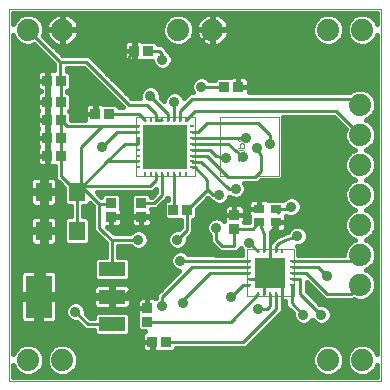
<source format=gtl>
G75*
%MOIN*%
%OFA0B0*%
%FSLAX25Y25*%
%IPPOS*%
%LPD*%
%AMOC8*
5,1,8,0,0,1.08239X$1,22.5*
%
%ADD10C,0.00000*%
%ADD11R,0.05512X0.06299*%
%ADD12R,0.03543X0.03346*%
%ADD13R,0.03346X0.03543*%
%ADD14R,0.08800X0.04800*%
%ADD15R,0.08661X0.14173*%
%ADD16C,0.07400*%
%ADD17C,0.00197*%
%ADD18R,0.00984X0.01575*%
%ADD19R,0.01575X0.00984*%
%ADD20R,0.10236X0.10236*%
%ADD21R,0.14567X0.14567*%
%ADD22C,0.00039*%
%ADD23C,0.00200*%
%ADD24R,0.03543X0.03150*%
%ADD25C,0.03600*%
%ADD26C,0.01000*%
%ADD27C,0.01600*%
D10*
X0101800Y0081800D02*
X0101800Y0205800D01*
X0225800Y0205800D01*
X0225800Y0081800D01*
X0101800Y0081800D01*
D11*
X0113288Y0131800D03*
X0124312Y0131800D03*
X0124312Y0144800D03*
X0113288Y0144800D03*
D12*
X0135800Y0141083D03*
X0135800Y0136517D03*
X0145800Y0136517D03*
X0145800Y0141083D03*
X0176800Y0137083D03*
X0176800Y0132517D03*
X0147800Y0106083D03*
X0147800Y0101517D03*
D13*
X0149517Y0094800D03*
X0154083Y0094800D03*
X0156517Y0138800D03*
X0161083Y0138800D03*
X0119083Y0156800D03*
X0114517Y0156800D03*
X0114517Y0162800D03*
X0119083Y0162800D03*
X0119083Y0168800D03*
X0114517Y0168800D03*
X0114517Y0174800D03*
X0119083Y0174800D03*
X0119083Y0181800D03*
X0114517Y0181800D03*
X0130517Y0170800D03*
X0135083Y0170800D03*
X0143517Y0191800D03*
X0148083Y0191800D03*
X0173517Y0179800D03*
X0178083Y0179800D03*
D14*
X0136000Y0118900D03*
X0136000Y0109800D03*
X0136000Y0100700D03*
D15*
X0111599Y0109800D03*
D16*
X0108100Y0088800D03*
X0119500Y0088800D03*
X0208100Y0088800D03*
X0219500Y0088800D03*
X0218800Y0113800D03*
X0218800Y0123800D03*
X0218800Y0133800D03*
X0218800Y0143800D03*
X0218800Y0153800D03*
X0218800Y0163800D03*
X0218800Y0173800D03*
X0219500Y0198800D03*
X0208100Y0198800D03*
X0169500Y0198800D03*
X0158100Y0198800D03*
X0119500Y0198800D03*
X0108100Y0198800D03*
D17*
X0143957Y0169643D02*
X0143957Y0149957D01*
X0163643Y0149957D01*
X0163643Y0169643D01*
X0143957Y0169643D01*
X0180926Y0125674D02*
X0180926Y0109926D01*
X0196674Y0109926D01*
X0196674Y0125674D01*
X0180926Y0125674D01*
D18*
X0184863Y0124887D03*
X0186831Y0124887D03*
X0188800Y0124887D03*
X0190769Y0124887D03*
X0192737Y0124887D03*
X0192737Y0110713D03*
X0190769Y0110713D03*
X0188800Y0110713D03*
X0186831Y0110713D03*
X0184863Y0110713D03*
X0160690Y0150745D03*
X0158721Y0150745D03*
X0156753Y0150745D03*
X0154784Y0150745D03*
X0152816Y0150745D03*
X0150847Y0150745D03*
X0148879Y0150745D03*
X0146910Y0150745D03*
X0146910Y0168855D03*
X0148879Y0168855D03*
X0150847Y0168855D03*
X0152816Y0168855D03*
X0154784Y0168855D03*
X0156753Y0168855D03*
X0158721Y0168855D03*
X0160690Y0168855D03*
D19*
X0162855Y0166690D03*
X0162855Y0164721D03*
X0162855Y0162753D03*
X0162855Y0160784D03*
X0162855Y0158816D03*
X0162855Y0156847D03*
X0162855Y0154879D03*
X0162855Y0152910D03*
X0144745Y0152910D03*
X0144745Y0154879D03*
X0144745Y0156847D03*
X0144745Y0158816D03*
X0144745Y0160784D03*
X0144745Y0162753D03*
X0144745Y0164721D03*
X0144745Y0166690D03*
X0181713Y0121737D03*
X0181713Y0119769D03*
X0181713Y0117800D03*
X0181713Y0115831D03*
X0181713Y0113863D03*
X0195887Y0113863D03*
X0195887Y0115831D03*
X0195887Y0117800D03*
X0195887Y0119769D03*
X0195887Y0121737D03*
D20*
X0188800Y0117800D03*
D21*
X0153800Y0159800D03*
D22*
X0171957Y0149957D02*
X0191643Y0149957D01*
X0191643Y0169643D01*
X0171957Y0169643D01*
X0171957Y0149957D01*
D23*
X0177925Y0155364D02*
X0178292Y0154997D01*
X0177925Y0155364D02*
X0177925Y0156098D01*
X0178292Y0156465D01*
X0178659Y0156465D01*
X0179026Y0156098D01*
X0179026Y0155364D01*
X0179393Y0154997D01*
X0179760Y0154997D01*
X0180127Y0155364D01*
X0180127Y0156098D01*
X0179760Y0156465D01*
X0179760Y0157207D02*
X0178292Y0157207D01*
X0177925Y0157574D01*
X0177925Y0158308D01*
X0178292Y0158675D01*
X0179760Y0158675D01*
X0180127Y0158308D01*
X0180127Y0157574D01*
X0179760Y0157207D01*
X0180127Y0159417D02*
X0180127Y0160518D01*
X0179760Y0160885D01*
X0179026Y0160885D01*
X0178659Y0160518D01*
X0178659Y0159417D01*
X0177925Y0159417D02*
X0180127Y0159417D01*
X0179760Y0161627D02*
X0179393Y0161627D01*
X0179026Y0161994D01*
X0179026Y0162728D01*
X0178659Y0163095D01*
X0178292Y0163095D01*
X0177925Y0162728D01*
X0177925Y0161994D01*
X0178292Y0161627D01*
X0178659Y0161627D01*
X0179026Y0161994D01*
X0179026Y0162728D02*
X0179393Y0163095D01*
X0179760Y0163095D01*
X0180127Y0162728D01*
X0180127Y0161994D01*
X0179760Y0161627D01*
D24*
X0185044Y0138965D03*
X0185044Y0134635D03*
X0190556Y0134635D03*
X0190556Y0138965D03*
D25*
X0195800Y0139800D03*
X0198800Y0134800D03*
X0197800Y0130050D03*
X0181800Y0127800D03*
X0170800Y0132800D03*
X0171800Y0143800D03*
X0177300Y0145800D03*
X0174050Y0156050D03*
X0179800Y0156300D03*
X0184300Y0159300D03*
X0188800Y0160800D03*
X0180800Y0162800D03*
X0185800Y0179800D03*
X0165800Y0179800D03*
X0156800Y0174800D03*
X0148800Y0176800D03*
X0141800Y0181800D03*
X0152800Y0188800D03*
X0158050Y0191550D03*
X0125800Y0176800D03*
X0109800Y0176800D03*
X0132800Y0159800D03*
X0150800Y0163800D03*
X0144800Y0128800D03*
X0157800Y0128800D03*
X0158800Y0121800D03*
X0175800Y0109800D03*
X0184800Y0105800D03*
X0187550Y0095800D03*
X0199800Y0103800D03*
X0205800Y0103800D03*
X0207800Y0116800D03*
X0159800Y0107800D03*
X0152800Y0106800D03*
X0123800Y0104800D03*
D26*
X0127900Y0100700D01*
X0136000Y0100700D01*
X0147800Y0101517D02*
X0175666Y0101517D01*
X0184863Y0110713D01*
X0186800Y0110745D02*
X0186831Y0110713D01*
X0186800Y0110745D02*
X0186800Y0114800D01*
X0185800Y0115800D01*
X0185769Y0115831D01*
X0181713Y0115831D01*
X0181713Y0113863D02*
X0179863Y0113863D01*
X0175800Y0109800D01*
X0181713Y0117800D02*
X0168800Y0117800D01*
X0159800Y0108800D01*
X0159800Y0107800D01*
X0152800Y0106800D02*
X0152800Y0109800D01*
X0162800Y0119800D01*
X0181682Y0119800D01*
X0181713Y0119769D01*
X0181713Y0121737D02*
X0180863Y0121737D01*
X0158800Y0121800D01*
X0151800Y0121800D02*
X0140800Y0110800D01*
X0137800Y0110800D01*
X0136800Y0109800D01*
X0136000Y0109800D01*
X0111599Y0109800D01*
X0113288Y0111489D01*
X0113288Y0131800D01*
X0113288Y0144800D01*
X0114517Y0146028D01*
X0114517Y0156800D01*
X0114517Y0162800D01*
X0114517Y0168800D01*
X0114517Y0174800D01*
X0111800Y0174800D01*
X0109800Y0176800D01*
X0114517Y0174800D02*
X0114517Y0181800D01*
X0118800Y0182083D02*
X0118800Y0188100D01*
X0127500Y0188100D01*
X0141800Y0173800D01*
X0147800Y0173800D01*
X0150800Y0170800D01*
X0150800Y0168902D01*
X0150847Y0168855D01*
X0152816Y0168855D01*
X0154784Y0168855D02*
X0154784Y0170784D01*
X0153800Y0171800D01*
X0148800Y0176800D01*
X0145139Y0170855D02*
X0146910Y0168855D01*
X0145139Y0170855D02*
X0135083Y0170800D01*
X0130517Y0170800D02*
X0127800Y0170800D01*
X0125800Y0172800D01*
X0125800Y0176800D01*
X0129800Y0171517D02*
X0130517Y0170800D01*
X0132690Y0166690D02*
X0125800Y0159800D01*
X0125800Y0145800D01*
X0126800Y0145800D01*
X0131800Y0140800D01*
X0131800Y0132800D01*
X0133800Y0130800D01*
X0136100Y0128800D01*
X0136000Y0118900D01*
X0136100Y0128800D02*
X0144800Y0128800D01*
X0145800Y0136517D02*
X0135800Y0136517D01*
X0135517Y0140800D02*
X0135800Y0141083D01*
X0135517Y0140800D02*
X0131800Y0140800D01*
X0126312Y0146800D02*
X0148800Y0146800D01*
X0150847Y0148847D01*
X0150847Y0150745D01*
X0152800Y0150729D02*
X0152800Y0143800D01*
X0150083Y0141083D01*
X0145800Y0141083D01*
X0145800Y0136517D02*
X0148083Y0136517D01*
X0151800Y0132800D01*
X0151800Y0121800D01*
X0157800Y0128800D02*
X0161083Y0132083D01*
X0161083Y0138800D01*
X0167800Y0145517D01*
X0167800Y0145800D01*
X0169800Y0143800D01*
X0171800Y0143800D01*
X0175050Y0145800D02*
X0177300Y0145800D01*
X0175050Y0145800D02*
X0165800Y0154800D01*
X0162934Y0154800D01*
X0162855Y0154879D01*
X0162855Y0156847D02*
X0167753Y0156847D01*
X0174800Y0149800D01*
X0183800Y0149800D01*
X0185800Y0151800D01*
X0185550Y0156800D01*
X0184300Y0159300D01*
X0188800Y0160800D02*
X0188800Y0163800D01*
X0184800Y0167800D01*
X0167800Y0167800D01*
X0164721Y0164721D01*
X0162855Y0164721D01*
X0162855Y0162753D02*
X0178253Y0162753D01*
X0180800Y0162800D01*
X0174816Y0160784D02*
X0179800Y0156300D01*
X0174050Y0156050D02*
X0170800Y0156800D01*
X0168784Y0158816D01*
X0162855Y0158816D01*
X0162855Y0160784D02*
X0174816Y0160784D01*
X0163690Y0152910D02*
X0167800Y0148800D01*
X0167800Y0145800D01*
X0156753Y0150745D02*
X0156753Y0139036D01*
X0156517Y0138800D01*
X0152800Y0150729D02*
X0152816Y0150745D01*
X0144745Y0154879D02*
X0134391Y0154879D01*
X0140296Y0160784D01*
X0144745Y0160784D01*
X0144745Y0162753D01*
X0144745Y0164721D02*
X0137721Y0164721D01*
X0132800Y0159800D01*
X0134391Y0154879D02*
X0126312Y0146800D01*
X0124312Y0144800D01*
X0124312Y0131800D01*
X0124312Y0144800D02*
X0119083Y0150028D01*
X0119083Y0156800D01*
X0119083Y0162800D01*
X0119083Y0168800D01*
X0121194Y0166690D01*
X0144745Y0166690D01*
X0132690Y0166690D01*
X0119083Y0168800D02*
X0119083Y0174800D01*
X0119083Y0181800D01*
X0118800Y0182083D01*
X0118800Y0188100D02*
X0108100Y0198800D01*
X0141800Y0190083D02*
X0141800Y0181800D01*
X0141800Y0190083D02*
X0143517Y0191800D01*
X0143800Y0192083D01*
X0143800Y0194800D01*
X0144800Y0195800D01*
X0153800Y0195800D01*
X0158050Y0191550D01*
X0162250Y0191550D01*
X0169500Y0198800D01*
X0152800Y0190800D02*
X0152800Y0188800D01*
X0152800Y0190800D02*
X0151800Y0191800D01*
X0148083Y0191800D01*
X0165800Y0179800D02*
X0173517Y0179800D01*
X0178083Y0179800D02*
X0185800Y0179800D01*
X0163800Y0171800D02*
X0210800Y0171800D01*
X0218800Y0163800D01*
X0218800Y0173800D02*
X0216800Y0175800D01*
X0162800Y0175800D01*
X0158721Y0171721D01*
X0158721Y0168855D01*
X0156753Y0168855D02*
X0156753Y0172753D01*
X0156800Y0172800D01*
X0156800Y0174800D01*
X0160690Y0168855D02*
X0160855Y0168855D01*
X0163800Y0171800D01*
X0153800Y0160800D02*
X0150800Y0163800D01*
X0153800Y0160800D02*
X0153800Y0159800D01*
X0162855Y0152910D02*
X0163690Y0152910D01*
X0170800Y0132800D02*
X0170800Y0128800D01*
X0172800Y0126800D01*
X0176800Y0126800D01*
X0176800Y0132517D01*
X0182926Y0132517D01*
X0185044Y0134635D01*
X0186831Y0130847D01*
X0186831Y0124887D01*
X0184863Y0124887D02*
X0184713Y0124887D01*
X0181800Y0127800D01*
X0176918Y0132635D02*
X0176800Y0132517D01*
X0177800Y0136800D02*
X0177965Y0136965D01*
X0188800Y0130879D02*
X0190556Y0134635D01*
X0190721Y0134800D01*
X0198800Y0134800D01*
X0197800Y0130050D02*
X0193800Y0128800D01*
X0191769Y0127769D01*
X0190800Y0126800D01*
X0190800Y0124918D01*
X0190769Y0124887D01*
X0188800Y0124887D02*
X0188800Y0130879D01*
X0188800Y0124887D02*
X0188800Y0116800D01*
X0187800Y0115800D01*
X0185800Y0115800D01*
X0187800Y0115800D02*
X0190800Y0115800D01*
X0192737Y0113863D01*
X0192737Y0110713D01*
X0192737Y0103737D01*
X0187550Y0095800D01*
X0179800Y0094800D02*
X0154083Y0094800D01*
X0179800Y0094800D02*
X0190800Y0105800D01*
X0190800Y0108682D01*
X0190769Y0110713D01*
X0188800Y0110713D02*
X0188800Y0106800D01*
X0187800Y0105800D01*
X0184800Y0105800D01*
X0195887Y0107713D02*
X0199800Y0103800D01*
X0195887Y0107713D02*
X0195887Y0113863D01*
X0195887Y0115831D02*
X0198769Y0115831D01*
X0198800Y0115800D01*
X0198800Y0110800D01*
X0205800Y0103800D01*
X0207800Y0110800D02*
X0215800Y0110800D01*
X0218800Y0113800D01*
X0216737Y0121737D02*
X0218800Y0123800D01*
X0216737Y0121737D02*
X0195887Y0121737D01*
X0195887Y0119769D02*
X0204831Y0119769D01*
X0207800Y0116800D01*
X0207800Y0110800D02*
X0200800Y0117800D01*
X0195887Y0117800D01*
X0191391Y0137800D02*
X0190556Y0138965D01*
X0194965Y0138965D01*
X0195800Y0139800D01*
D27*
X0199006Y0140945D02*
X0214246Y0140945D01*
X0214307Y0140798D02*
X0215798Y0139307D01*
X0217022Y0138800D01*
X0215798Y0138293D01*
X0214307Y0136802D01*
X0213500Y0134854D01*
X0213500Y0132746D01*
X0214307Y0130798D01*
X0215798Y0129307D01*
X0217022Y0128800D01*
X0215798Y0128293D01*
X0214307Y0126802D01*
X0213500Y0124854D01*
X0213500Y0123837D01*
X0198072Y0123837D01*
X0198072Y0126253D01*
X0197676Y0126650D01*
X0198476Y0126650D01*
X0199726Y0127168D01*
X0200682Y0128124D01*
X0201200Y0129374D01*
X0201200Y0130726D01*
X0200682Y0131976D01*
X0199726Y0132932D01*
X0198476Y0133450D01*
X0197124Y0133450D01*
X0195874Y0132932D01*
X0194918Y0131976D01*
X0194620Y0131256D01*
X0193814Y0131005D01*
X0193625Y0131066D01*
X0193006Y0130752D01*
X0192343Y0130545D01*
X0192251Y0130369D01*
X0191266Y0129868D01*
X0190899Y0129868D01*
X0190520Y0129490D01*
X0190042Y0129247D01*
X0189928Y0128898D01*
X0188931Y0127901D01*
X0188931Y0130482D01*
X0189102Y0130957D01*
X0188959Y0131260D01*
X0190556Y0131260D01*
X0192565Y0131260D01*
X0193022Y0131383D01*
X0193433Y0131619D01*
X0193768Y0131955D01*
X0194005Y0132365D01*
X0194128Y0132823D01*
X0194128Y0134635D01*
X0194128Y0136446D01*
X0194017Y0136858D01*
X0195124Y0136400D01*
X0196476Y0136400D01*
X0197726Y0136918D01*
X0198682Y0137874D01*
X0199200Y0139124D01*
X0199200Y0140476D01*
X0198682Y0141726D01*
X0197726Y0142682D01*
X0196476Y0143200D01*
X0195124Y0143200D01*
X0193874Y0142682D01*
X0193161Y0141969D01*
X0192990Y0142140D01*
X0188122Y0142140D01*
X0187941Y0141960D01*
X0187921Y0141981D01*
X0187511Y0142217D01*
X0187053Y0142340D01*
X0185044Y0142340D01*
X0183035Y0142340D01*
X0182578Y0142217D01*
X0182167Y0141981D01*
X0181832Y0141645D01*
X0181595Y0141235D01*
X0181472Y0140777D01*
X0181472Y0138965D01*
X0181472Y0137154D01*
X0181595Y0136696D01*
X0181672Y0136562D01*
X0181672Y0134617D01*
X0180192Y0134617D01*
X0180249Y0134715D01*
X0180372Y0135173D01*
X0180372Y0137047D01*
X0176837Y0137047D01*
X0176837Y0137120D01*
X0180372Y0137120D01*
X0180372Y0138994D01*
X0180249Y0139451D01*
X0180012Y0139862D01*
X0179677Y0140197D01*
X0179266Y0140434D01*
X0178809Y0140557D01*
X0176837Y0140557D01*
X0176837Y0137120D01*
X0176763Y0137120D01*
X0176763Y0137047D01*
X0173228Y0137047D01*
X0173228Y0135180D01*
X0172726Y0135682D01*
X0171476Y0136200D01*
X0170124Y0136200D01*
X0168874Y0135682D01*
X0167918Y0134726D01*
X0167400Y0133476D01*
X0167400Y0132124D01*
X0167918Y0130874D01*
X0168700Y0130092D01*
X0168700Y0127930D01*
X0169930Y0126700D01*
X0171930Y0124700D01*
X0177670Y0124700D01*
X0178896Y0125926D01*
X0178918Y0125874D01*
X0179528Y0125264D01*
X0179528Y0123841D01*
X0161516Y0123892D01*
X0160726Y0124682D01*
X0159476Y0125200D01*
X0158124Y0125200D01*
X0156874Y0124682D01*
X0155918Y0123726D01*
X0155400Y0122476D01*
X0155400Y0121124D01*
X0155918Y0119874D01*
X0156874Y0118918D01*
X0158124Y0118400D01*
X0158430Y0118400D01*
X0150700Y0110670D01*
X0150700Y0109508D01*
X0150494Y0109303D01*
X0150266Y0109434D01*
X0149809Y0109557D01*
X0147837Y0109557D01*
X0147837Y0106120D01*
X0147763Y0106120D01*
X0147763Y0106047D01*
X0144228Y0106047D01*
X0144228Y0104173D01*
X0144351Y0103715D01*
X0144428Y0103582D01*
X0144428Y0099181D01*
X0145366Y0098243D01*
X0147139Y0098243D01*
X0146738Y0098012D01*
X0146403Y0097677D01*
X0146166Y0097266D01*
X0146043Y0096809D01*
X0146043Y0094837D01*
X0149480Y0094837D01*
X0149480Y0094763D01*
X0149553Y0094763D01*
X0149553Y0091228D01*
X0151427Y0091228D01*
X0151885Y0091351D01*
X0152018Y0091428D01*
X0156419Y0091428D01*
X0157357Y0092366D01*
X0157357Y0092700D01*
X0180670Y0092700D01*
X0181900Y0093930D01*
X0192900Y0104930D01*
X0192900Y0107831D01*
X0192913Y0107845D01*
X0192909Y0108126D01*
X0193466Y0108126D01*
X0193787Y0108212D01*
X0193787Y0106844D01*
X0196400Y0104230D01*
X0196400Y0103124D01*
X0196918Y0101874D01*
X0197874Y0100918D01*
X0199124Y0100400D01*
X0200476Y0100400D01*
X0201726Y0100918D01*
X0202682Y0101874D01*
X0202800Y0102158D01*
X0202918Y0101874D01*
X0203874Y0100918D01*
X0205124Y0100400D01*
X0206476Y0100400D01*
X0207726Y0100918D01*
X0208682Y0101874D01*
X0209200Y0103124D01*
X0209200Y0104476D01*
X0208682Y0105726D01*
X0207726Y0106682D01*
X0206476Y0107200D01*
X0205370Y0107200D01*
X0200900Y0111670D01*
X0200900Y0114730D01*
X0205700Y0109930D01*
X0206930Y0108700D01*
X0216670Y0108700D01*
X0216844Y0108874D01*
X0217746Y0108500D01*
X0219854Y0108500D01*
X0221802Y0109307D01*
X0223293Y0110798D01*
X0224100Y0112746D01*
X0224100Y0114854D01*
X0223293Y0116802D01*
X0221802Y0118293D01*
X0220578Y0118800D01*
X0221802Y0119307D01*
X0223293Y0120798D01*
X0224100Y0122746D01*
X0224100Y0124854D01*
X0223293Y0126802D01*
X0221802Y0128293D01*
X0220578Y0128800D01*
X0221802Y0129307D01*
X0223293Y0130798D01*
X0224100Y0132746D01*
X0224100Y0134854D01*
X0223293Y0136802D01*
X0221802Y0138293D01*
X0220578Y0138800D01*
X0221802Y0139307D01*
X0223293Y0140798D01*
X0224100Y0142746D01*
X0224100Y0144854D01*
X0223293Y0146802D01*
X0221802Y0148293D01*
X0220578Y0148800D01*
X0221802Y0149307D01*
X0223293Y0150798D01*
X0224100Y0152746D01*
X0224100Y0154854D01*
X0223293Y0156802D01*
X0221802Y0158293D01*
X0220578Y0158800D01*
X0221802Y0159307D01*
X0223293Y0160798D01*
X0224100Y0162746D01*
X0224100Y0164854D01*
X0223293Y0166802D01*
X0221802Y0168293D01*
X0220578Y0168800D01*
X0221802Y0169307D01*
X0223293Y0170798D01*
X0224100Y0172746D01*
X0224100Y0174854D01*
X0223293Y0176802D01*
X0221802Y0178293D01*
X0219854Y0179100D01*
X0217746Y0179100D01*
X0215798Y0178293D01*
X0215405Y0177900D01*
X0181557Y0177900D01*
X0181557Y0179763D01*
X0178120Y0179763D01*
X0178120Y0179837D01*
X0178047Y0179837D01*
X0178047Y0183372D01*
X0176173Y0183372D01*
X0175715Y0183249D01*
X0175582Y0183172D01*
X0171181Y0183172D01*
X0170243Y0182234D01*
X0170243Y0181900D01*
X0168508Y0181900D01*
X0167726Y0182682D01*
X0166476Y0183200D01*
X0165124Y0183200D01*
X0163874Y0182682D01*
X0162918Y0181726D01*
X0162400Y0180476D01*
X0162400Y0179124D01*
X0162907Y0177900D01*
X0161930Y0177900D01*
X0160700Y0176670D01*
X0159997Y0175967D01*
X0159682Y0176726D01*
X0158726Y0177682D01*
X0157476Y0178200D01*
X0156124Y0178200D01*
X0154874Y0177682D01*
X0153918Y0176726D01*
X0153400Y0175476D01*
X0153400Y0175170D01*
X0152200Y0176370D01*
X0152200Y0177476D01*
X0151682Y0178726D01*
X0150726Y0179682D01*
X0149476Y0180200D01*
X0148124Y0180200D01*
X0146874Y0179682D01*
X0145918Y0178726D01*
X0145400Y0177476D01*
X0145400Y0176124D01*
X0145493Y0175900D01*
X0142670Y0175900D01*
X0129600Y0188970D01*
X0128370Y0190200D01*
X0119670Y0190200D01*
X0113026Y0196844D01*
X0113400Y0197746D01*
X0113400Y0199854D01*
X0112593Y0201802D01*
X0111102Y0203293D01*
X0109154Y0204100D01*
X0107046Y0204100D01*
X0105098Y0203293D01*
X0103607Y0201802D01*
X0103100Y0200578D01*
X0103100Y0204500D01*
X0224500Y0204500D01*
X0224500Y0200578D01*
X0223993Y0201802D01*
X0222502Y0203293D01*
X0220554Y0204100D01*
X0218446Y0204100D01*
X0216498Y0203293D01*
X0215007Y0201802D01*
X0214200Y0199854D01*
X0214200Y0197746D01*
X0215007Y0195798D01*
X0216498Y0194307D01*
X0218446Y0193500D01*
X0220554Y0193500D01*
X0222502Y0194307D01*
X0223993Y0195798D01*
X0224500Y0197022D01*
X0224500Y0090578D01*
X0223993Y0091802D01*
X0222502Y0093293D01*
X0220554Y0094100D01*
X0218446Y0094100D01*
X0216498Y0093293D01*
X0215007Y0091802D01*
X0214200Y0089854D01*
X0214200Y0087746D01*
X0215007Y0085798D01*
X0216498Y0084307D01*
X0218446Y0083500D01*
X0220554Y0083500D01*
X0222502Y0084307D01*
X0223993Y0085798D01*
X0224500Y0087022D01*
X0224500Y0083100D01*
X0103100Y0083100D01*
X0103100Y0087022D01*
X0103607Y0085798D01*
X0105098Y0084307D01*
X0107046Y0083500D01*
X0109154Y0083500D01*
X0111102Y0084307D01*
X0112593Y0085798D01*
X0113400Y0087746D01*
X0113400Y0089854D01*
X0112593Y0091802D01*
X0111102Y0093293D01*
X0109154Y0094100D01*
X0107046Y0094100D01*
X0105098Y0093293D01*
X0103607Y0091802D01*
X0103100Y0090578D01*
X0103100Y0197022D01*
X0103607Y0195798D01*
X0105098Y0194307D01*
X0107046Y0193500D01*
X0109154Y0193500D01*
X0110056Y0193874D01*
X0116700Y0187230D01*
X0116700Y0185298D01*
X0116427Y0185372D01*
X0114553Y0185372D01*
X0114553Y0181837D01*
X0114480Y0181837D01*
X0114480Y0185372D01*
X0112606Y0185372D01*
X0112149Y0185249D01*
X0111738Y0185012D01*
X0111403Y0184677D01*
X0111166Y0184266D01*
X0111043Y0183809D01*
X0111043Y0181837D01*
X0114480Y0181837D01*
X0114480Y0181763D01*
X0114480Y0178372D01*
X0114480Y0174837D01*
X0114553Y0174837D01*
X0114553Y0181763D01*
X0114480Y0181763D01*
X0111043Y0181763D01*
X0111043Y0179791D01*
X0111166Y0179334D01*
X0111403Y0178923D01*
X0111738Y0178588D01*
X0112149Y0178351D01*
X0112339Y0178300D01*
X0112149Y0178249D01*
X0111738Y0178012D01*
X0111403Y0177677D01*
X0111166Y0177266D01*
X0111043Y0176809D01*
X0111043Y0174837D01*
X0114480Y0174837D01*
X0114480Y0174763D01*
X0114553Y0174763D01*
X0114553Y0171228D01*
X0114553Y0168837D01*
X0114480Y0168837D01*
X0114480Y0174763D01*
X0111043Y0174763D01*
X0111043Y0172791D01*
X0111166Y0172334D01*
X0111403Y0171923D01*
X0111526Y0171800D01*
X0111403Y0171677D01*
X0111166Y0171266D01*
X0111043Y0170809D01*
X0111043Y0168837D01*
X0114480Y0168837D01*
X0114480Y0168763D01*
X0114553Y0168763D01*
X0114553Y0162837D01*
X0114480Y0162837D01*
X0114480Y0166372D01*
X0114480Y0168763D01*
X0111043Y0168763D01*
X0111043Y0166791D01*
X0111166Y0166334D01*
X0111403Y0165923D01*
X0111526Y0165800D01*
X0111403Y0165677D01*
X0111166Y0165266D01*
X0111043Y0164809D01*
X0111043Y0162837D01*
X0114480Y0162837D01*
X0114480Y0162763D01*
X0114553Y0162763D01*
X0114553Y0160372D01*
X0114553Y0156837D01*
X0114480Y0156837D01*
X0114480Y0162763D01*
X0111043Y0162763D01*
X0111043Y0160791D01*
X0111166Y0160334D01*
X0111403Y0159923D01*
X0111526Y0159800D01*
X0111403Y0159677D01*
X0111166Y0159266D01*
X0111043Y0158809D01*
X0111043Y0156837D01*
X0114480Y0156837D01*
X0114480Y0156763D01*
X0114553Y0156763D01*
X0114553Y0153228D01*
X0116427Y0153228D01*
X0116885Y0153351D01*
X0116983Y0153408D01*
X0116983Y0149486D01*
X0116739Y0149627D01*
X0116281Y0149750D01*
X0113866Y0149750D01*
X0113866Y0145378D01*
X0112710Y0145378D01*
X0112710Y0144222D01*
X0108732Y0144222D01*
X0108732Y0141413D01*
X0108855Y0140956D01*
X0109092Y0140545D01*
X0109427Y0140210D01*
X0109837Y0139973D01*
X0110295Y0139850D01*
X0112710Y0139850D01*
X0112710Y0144222D01*
X0113866Y0144222D01*
X0113866Y0139850D01*
X0116281Y0139850D01*
X0116739Y0139973D01*
X0117149Y0140210D01*
X0117484Y0140545D01*
X0117721Y0140956D01*
X0117844Y0141413D01*
X0117844Y0144222D01*
X0113866Y0144222D01*
X0113866Y0145378D01*
X0117844Y0145378D01*
X0117844Y0148187D01*
X0117803Y0148339D01*
X0118214Y0147928D01*
X0119956Y0146186D01*
X0119956Y0140988D01*
X0120893Y0140050D01*
X0122212Y0140050D01*
X0122212Y0136550D01*
X0120893Y0136550D01*
X0119956Y0135612D01*
X0119956Y0127988D01*
X0120893Y0127050D01*
X0127730Y0127050D01*
X0128668Y0127988D01*
X0128668Y0135612D01*
X0127730Y0136550D01*
X0126412Y0136550D01*
X0126412Y0140050D01*
X0127730Y0140050D01*
X0128655Y0140975D01*
X0129700Y0139930D01*
X0129700Y0131930D01*
X0130930Y0130700D01*
X0131760Y0129870D01*
X0131766Y0129786D01*
X0132367Y0129263D01*
X0132930Y0128700D01*
X0133015Y0128700D01*
X0133990Y0127852D01*
X0133940Y0122900D01*
X0130937Y0122900D01*
X0130000Y0121963D01*
X0130000Y0115837D01*
X0130937Y0114900D01*
X0141063Y0114900D01*
X0142000Y0115837D01*
X0142000Y0121963D01*
X0141063Y0122900D01*
X0138140Y0122900D01*
X0138179Y0126700D01*
X0142092Y0126700D01*
X0142874Y0125918D01*
X0144124Y0125400D01*
X0145476Y0125400D01*
X0146726Y0125918D01*
X0147682Y0126874D01*
X0148200Y0128124D01*
X0148200Y0129476D01*
X0147682Y0130726D01*
X0146726Y0131682D01*
X0145476Y0132200D01*
X0144124Y0132200D01*
X0142874Y0131682D01*
X0142092Y0130900D01*
X0136885Y0130900D01*
X0135233Y0132337D01*
X0134527Y0133043D01*
X0135763Y0133043D01*
X0135763Y0136480D01*
X0135837Y0136480D01*
X0135837Y0136553D01*
X0139372Y0136553D01*
X0139372Y0138427D01*
X0139249Y0138885D01*
X0139172Y0139018D01*
X0139172Y0143419D01*
X0138234Y0144357D01*
X0133366Y0144357D01*
X0132428Y0143419D01*
X0132428Y0143141D01*
X0130870Y0144700D01*
X0149670Y0144700D01*
X0150700Y0145730D01*
X0150700Y0144670D01*
X0149214Y0143183D01*
X0149172Y0143183D01*
X0149172Y0143419D01*
X0148234Y0144357D01*
X0143366Y0144357D01*
X0142428Y0143419D01*
X0142428Y0139018D01*
X0142351Y0138885D01*
X0142228Y0138427D01*
X0142228Y0136553D01*
X0145763Y0136553D01*
X0145763Y0136480D01*
X0142228Y0136480D01*
X0142228Y0134606D01*
X0142351Y0134149D01*
X0142588Y0133738D01*
X0142923Y0133403D01*
X0143334Y0133166D01*
X0143791Y0133043D01*
X0145763Y0133043D01*
X0145763Y0136480D01*
X0145837Y0136480D01*
X0145837Y0136553D01*
X0149372Y0136553D01*
X0149372Y0138427D01*
X0149249Y0138885D01*
X0149192Y0138983D01*
X0150953Y0138983D01*
X0152183Y0140214D01*
X0154653Y0142683D01*
X0154653Y0142172D01*
X0154181Y0142172D01*
X0153243Y0141234D01*
X0153243Y0136366D01*
X0154181Y0135428D01*
X0158983Y0135428D01*
X0158983Y0132953D01*
X0158230Y0132200D01*
X0157124Y0132200D01*
X0155874Y0131682D01*
X0154918Y0130726D01*
X0154400Y0129476D01*
X0154400Y0128124D01*
X0154918Y0126874D01*
X0155874Y0125918D01*
X0157124Y0125400D01*
X0158476Y0125400D01*
X0159726Y0125918D01*
X0160682Y0126874D01*
X0161200Y0128124D01*
X0161200Y0129230D01*
X0161953Y0129983D01*
X0163183Y0131214D01*
X0163183Y0135428D01*
X0163419Y0135428D01*
X0164357Y0136366D01*
X0164357Y0139103D01*
X0167942Y0142688D01*
X0168930Y0141700D01*
X0169092Y0141700D01*
X0169874Y0140918D01*
X0171124Y0140400D01*
X0172476Y0140400D01*
X0173726Y0140918D01*
X0174682Y0141874D01*
X0175191Y0143101D01*
X0175374Y0142918D01*
X0176624Y0142400D01*
X0177976Y0142400D01*
X0179226Y0142918D01*
X0180182Y0143874D01*
X0180700Y0145124D01*
X0180700Y0146476D01*
X0180193Y0147700D01*
X0184670Y0147700D01*
X0185608Y0148638D01*
X0192189Y0148638D01*
X0192962Y0149411D01*
X0192962Y0169700D01*
X0209930Y0169700D01*
X0213874Y0165756D01*
X0213500Y0164854D01*
X0213500Y0162746D01*
X0214307Y0160798D01*
X0215798Y0159307D01*
X0217022Y0158800D01*
X0215798Y0158293D01*
X0214307Y0156802D01*
X0213500Y0154854D01*
X0213500Y0152746D01*
X0214307Y0150798D01*
X0215798Y0149307D01*
X0217022Y0148800D01*
X0215798Y0148293D01*
X0214307Y0146802D01*
X0213500Y0144854D01*
X0213500Y0142746D01*
X0214307Y0140798D01*
X0213584Y0142543D02*
X0197865Y0142543D01*
X0199200Y0139346D02*
X0215758Y0139346D01*
X0215253Y0137748D02*
X0198556Y0137748D01*
X0194128Y0136149D02*
X0214036Y0136149D01*
X0213500Y0134551D02*
X0194128Y0134551D01*
X0194128Y0134635D02*
X0190556Y0134635D01*
X0194128Y0134635D01*
X0194128Y0132952D02*
X0195922Y0132952D01*
X0194660Y0131354D02*
X0192915Y0131354D01*
X0190556Y0131354D02*
X0190556Y0131354D01*
X0190556Y0131260D02*
X0190556Y0134635D01*
X0190556Y0134635D01*
X0190556Y0134635D01*
X0190556Y0131260D01*
X0190786Y0129755D02*
X0188931Y0129755D01*
X0188931Y0128157D02*
X0189187Y0128157D01*
X0190556Y0132952D02*
X0190556Y0132952D01*
X0190556Y0134551D02*
X0190556Y0134551D01*
X0185044Y0138965D02*
X0185044Y0138965D01*
X0181472Y0138965D01*
X0185044Y0138965D01*
X0185044Y0138965D01*
X0185044Y0142340D01*
X0185044Y0138965D01*
X0185044Y0139346D02*
X0185044Y0139346D01*
X0185044Y0140945D02*
X0185044Y0140945D01*
X0181517Y0140945D02*
X0173753Y0140945D01*
X0173923Y0140197D02*
X0173588Y0139862D01*
X0173351Y0139451D01*
X0173228Y0138994D01*
X0173228Y0137120D01*
X0176763Y0137120D01*
X0176763Y0140557D01*
X0174791Y0140557D01*
X0174334Y0140434D01*
X0173923Y0140197D01*
X0173323Y0139346D02*
X0164600Y0139346D01*
X0164357Y0137748D02*
X0173228Y0137748D01*
X0173228Y0136149D02*
X0171598Y0136149D01*
X0170002Y0136149D02*
X0164140Y0136149D01*
X0163183Y0134551D02*
X0167845Y0134551D01*
X0167400Y0132952D02*
X0163183Y0132952D01*
X0163183Y0131354D02*
X0167719Y0131354D01*
X0168700Y0129755D02*
X0161725Y0129755D01*
X0161200Y0128157D02*
X0168700Y0128157D01*
X0170072Y0126558D02*
X0160367Y0126558D01*
X0160056Y0124960D02*
X0171670Y0124960D01*
X0177930Y0124960D02*
X0179528Y0124960D01*
X0180372Y0136149D02*
X0181672Y0136149D01*
X0181472Y0137748D02*
X0180372Y0137748D01*
X0180277Y0139346D02*
X0181472Y0139346D01*
X0178323Y0142543D02*
X0193735Y0142543D01*
X0192489Y0148937D02*
X0216690Y0148937D01*
X0214844Y0147339D02*
X0180343Y0147339D01*
X0180700Y0145740D02*
X0213867Y0145740D01*
X0213500Y0144142D02*
X0180293Y0144142D01*
X0176277Y0142543D02*
X0174960Y0142543D01*
X0176763Y0139346D02*
X0176837Y0139346D01*
X0176837Y0137748D02*
X0176763Y0137748D01*
X0169847Y0140945D02*
X0166198Y0140945D01*
X0167797Y0142543D02*
X0168087Y0142543D01*
X0158983Y0134551D02*
X0149357Y0134551D01*
X0149372Y0134606D02*
X0149372Y0136480D01*
X0145837Y0136480D01*
X0145837Y0133043D01*
X0147809Y0133043D01*
X0148266Y0133166D01*
X0148677Y0133403D01*
X0149012Y0133738D01*
X0149249Y0134149D01*
X0149372Y0134606D01*
X0149372Y0136149D02*
X0153460Y0136149D01*
X0153243Y0137748D02*
X0149372Y0137748D01*
X0151316Y0139346D02*
X0153243Y0139346D01*
X0153243Y0140945D02*
X0152915Y0140945D01*
X0154513Y0142543D02*
X0154653Y0142543D01*
X0150172Y0144142D02*
X0148449Y0144142D01*
X0143151Y0144142D02*
X0138449Y0144142D01*
X0139172Y0142543D02*
X0142428Y0142543D01*
X0142428Y0140945D02*
X0139172Y0140945D01*
X0139172Y0139346D02*
X0142428Y0139346D01*
X0142228Y0137748D02*
X0139372Y0137748D01*
X0139372Y0136480D02*
X0135837Y0136480D01*
X0135837Y0133043D01*
X0137809Y0133043D01*
X0138266Y0133166D01*
X0138677Y0133403D01*
X0139012Y0133738D01*
X0139249Y0134149D01*
X0139372Y0134606D01*
X0139372Y0136480D01*
X0139372Y0136149D02*
X0142228Y0136149D01*
X0142243Y0134551D02*
X0139357Y0134551D01*
X0135837Y0134551D02*
X0135763Y0134551D01*
X0135763Y0136149D02*
X0135837Y0136149D01*
X0134617Y0132952D02*
X0158983Y0132952D01*
X0155546Y0131354D02*
X0147054Y0131354D01*
X0148084Y0129755D02*
X0154516Y0129755D01*
X0154400Y0128157D02*
X0148200Y0128157D01*
X0147367Y0126558D02*
X0155233Y0126558D01*
X0157544Y0124960D02*
X0138161Y0124960D01*
X0138177Y0126558D02*
X0142233Y0126558D01*
X0142000Y0121763D02*
X0155400Y0121763D01*
X0155767Y0123361D02*
X0138145Y0123361D01*
X0133945Y0123361D02*
X0103100Y0123361D01*
X0103100Y0121763D02*
X0130000Y0121763D01*
X0130000Y0120164D02*
X0103100Y0120164D01*
X0103100Y0118566D02*
X0106581Y0118566D01*
X0106574Y0118564D02*
X0106163Y0118327D01*
X0105828Y0117992D01*
X0105591Y0117581D01*
X0105469Y0117124D01*
X0105468Y0110600D01*
X0110799Y0110600D01*
X0110799Y0109000D01*
X0105469Y0109000D01*
X0105469Y0102476D01*
X0105591Y0102019D01*
X0105828Y0101608D01*
X0106163Y0101273D01*
X0106574Y0101036D01*
X0107032Y0100913D01*
X0110799Y0100913D01*
X0110799Y0109000D01*
X0112399Y0109000D01*
X0112399Y0100913D01*
X0116167Y0100913D01*
X0116625Y0101036D01*
X0117035Y0101273D01*
X0117370Y0101608D01*
X0117607Y0102019D01*
X0117730Y0102476D01*
X0117730Y0109000D01*
X0112399Y0109000D01*
X0112399Y0110600D01*
X0110799Y0110600D01*
X0110799Y0118687D01*
X0107032Y0118687D01*
X0106574Y0118564D01*
X0105469Y0116967D02*
X0103100Y0116967D01*
X0103100Y0115369D02*
X0105469Y0115369D01*
X0105469Y0113770D02*
X0103100Y0113770D01*
X0103100Y0112172D02*
X0105469Y0112172D01*
X0103100Y0110573D02*
X0110799Y0110573D01*
X0110799Y0108975D02*
X0112399Y0108975D01*
X0112399Y0110573D02*
X0129800Y0110573D01*
X0129800Y0110200D02*
X0129800Y0112437D01*
X0129923Y0112895D01*
X0130160Y0113305D01*
X0130495Y0113640D01*
X0130905Y0113877D01*
X0131363Y0114000D01*
X0135600Y0114000D01*
X0135600Y0110200D01*
X0136400Y0110200D01*
X0136400Y0114000D01*
X0140637Y0114000D01*
X0141095Y0113877D01*
X0141505Y0113640D01*
X0141840Y0113305D01*
X0142077Y0112895D01*
X0142200Y0112437D01*
X0142200Y0110200D01*
X0136400Y0110200D01*
X0136400Y0109400D01*
X0142200Y0109400D01*
X0142200Y0107163D01*
X0142077Y0106705D01*
X0141840Y0106295D01*
X0141505Y0105960D01*
X0141095Y0105723D01*
X0140637Y0105600D01*
X0136400Y0105600D01*
X0136400Y0109400D01*
X0135600Y0109400D01*
X0135600Y0105600D01*
X0131363Y0105600D01*
X0130905Y0105723D01*
X0130495Y0105960D01*
X0130160Y0106295D01*
X0129923Y0106705D01*
X0129800Y0107163D01*
X0129800Y0109400D01*
X0135600Y0109400D01*
X0135600Y0110200D01*
X0129800Y0110200D01*
X0129800Y0108975D02*
X0117730Y0108975D01*
X0117730Y0107376D02*
X0121568Y0107376D01*
X0121874Y0107682D02*
X0120918Y0106726D01*
X0120400Y0105476D01*
X0120400Y0104124D01*
X0120918Y0102874D01*
X0121874Y0101918D01*
X0123124Y0101400D01*
X0124230Y0101400D01*
X0127030Y0098600D01*
X0130000Y0098600D01*
X0130000Y0097637D01*
X0130937Y0096700D01*
X0141063Y0096700D01*
X0142000Y0097637D01*
X0142000Y0103763D01*
X0141063Y0104700D01*
X0130937Y0104700D01*
X0130000Y0103763D01*
X0130000Y0102800D01*
X0128770Y0102800D01*
X0127200Y0104370D01*
X0127200Y0105476D01*
X0126682Y0106726D01*
X0125726Y0107682D01*
X0124476Y0108200D01*
X0123124Y0108200D01*
X0121874Y0107682D01*
X0120525Y0105778D02*
X0117730Y0105778D01*
X0117730Y0104179D02*
X0120400Y0104179D01*
X0121211Y0102581D02*
X0117730Y0102581D01*
X0116423Y0100982D02*
X0124648Y0100982D01*
X0126247Y0099384D02*
X0103100Y0099384D01*
X0103100Y0100982D02*
X0106775Y0100982D01*
X0105469Y0102581D02*
X0103100Y0102581D01*
X0103100Y0104179D02*
X0105469Y0104179D01*
X0105469Y0105778D02*
X0103100Y0105778D01*
X0103100Y0107376D02*
X0105469Y0107376D01*
X0105469Y0108975D02*
X0103100Y0108975D01*
X0110799Y0107376D02*
X0112399Y0107376D01*
X0112399Y0105778D02*
X0110799Y0105778D01*
X0110799Y0104179D02*
X0112399Y0104179D01*
X0112399Y0102581D02*
X0110799Y0102581D01*
X0110799Y0100982D02*
X0112399Y0100982D01*
X0103100Y0097785D02*
X0130000Y0097785D01*
X0130416Y0104179D02*
X0127391Y0104179D01*
X0127075Y0105778D02*
X0130810Y0105778D01*
X0129800Y0107376D02*
X0126032Y0107376D01*
X0129800Y0112172D02*
X0117730Y0112172D01*
X0117730Y0110600D02*
X0117730Y0117124D01*
X0117607Y0117581D01*
X0117370Y0117992D01*
X0117035Y0118327D01*
X0116625Y0118564D01*
X0116167Y0118687D01*
X0112399Y0118687D01*
X0112399Y0110600D01*
X0117730Y0110600D01*
X0117730Y0113770D02*
X0130720Y0113770D01*
X0130469Y0115369D02*
X0117730Y0115369D01*
X0117730Y0116967D02*
X0130000Y0116967D01*
X0130000Y0118566D02*
X0116618Y0118566D01*
X0112399Y0118566D02*
X0110799Y0118566D01*
X0110799Y0116967D02*
X0112399Y0116967D01*
X0112399Y0115369D02*
X0110799Y0115369D01*
X0110799Y0113770D02*
X0112399Y0113770D01*
X0112399Y0112172D02*
X0110799Y0112172D01*
X0110295Y0126850D02*
X0112710Y0126850D01*
X0112710Y0131222D01*
X0108732Y0131222D01*
X0108732Y0128413D01*
X0108855Y0127956D01*
X0109092Y0127545D01*
X0109427Y0127210D01*
X0109837Y0126973D01*
X0110295Y0126850D01*
X0108801Y0128157D02*
X0103100Y0128157D01*
X0103100Y0129755D02*
X0108732Y0129755D01*
X0108732Y0132378D02*
X0108732Y0135187D01*
X0108855Y0135644D01*
X0109092Y0136055D01*
X0109427Y0136390D01*
X0109837Y0136627D01*
X0110295Y0136750D01*
X0112710Y0136750D01*
X0112710Y0132378D01*
X0112710Y0131222D01*
X0113866Y0131222D01*
X0113866Y0126850D01*
X0116281Y0126850D01*
X0116739Y0126973D01*
X0117149Y0127210D01*
X0117484Y0127545D01*
X0117721Y0127956D01*
X0117844Y0128413D01*
X0117844Y0131222D01*
X0113866Y0131222D01*
X0113866Y0132378D01*
X0112710Y0132378D01*
X0108732Y0132378D01*
X0108732Y0132952D02*
X0103100Y0132952D01*
X0103100Y0131354D02*
X0112710Y0131354D01*
X0113866Y0131354D02*
X0119956Y0131354D01*
X0119956Y0132952D02*
X0117844Y0132952D01*
X0117844Y0132378D02*
X0117844Y0135187D01*
X0117721Y0135644D01*
X0117484Y0136055D01*
X0117149Y0136390D01*
X0116739Y0136627D01*
X0116281Y0136750D01*
X0113866Y0136750D01*
X0113866Y0132378D01*
X0117844Y0132378D01*
X0117844Y0134551D02*
X0119956Y0134551D01*
X0120493Y0136149D02*
X0117390Y0136149D01*
X0113866Y0136149D02*
X0112710Y0136149D01*
X0112710Y0134551D02*
X0113866Y0134551D01*
X0113866Y0132952D02*
X0112710Y0132952D01*
X0112710Y0129755D02*
X0113866Y0129755D01*
X0113866Y0128157D02*
X0112710Y0128157D01*
X0117775Y0128157D02*
X0119956Y0128157D01*
X0119956Y0129755D02*
X0117844Y0129755D01*
X0108732Y0134551D02*
X0103100Y0134551D01*
X0103100Y0136149D02*
X0109186Y0136149D01*
X0108861Y0140945D02*
X0103100Y0140945D01*
X0103100Y0142543D02*
X0108732Y0142543D01*
X0108732Y0144142D02*
X0103100Y0144142D01*
X0103100Y0145740D02*
X0108732Y0145740D01*
X0108732Y0145378D02*
X0112710Y0145378D01*
X0112710Y0149750D01*
X0110295Y0149750D01*
X0109837Y0149627D01*
X0109427Y0149390D01*
X0109092Y0149055D01*
X0108855Y0148644D01*
X0108732Y0148187D01*
X0108732Y0145378D01*
X0108732Y0147339D02*
X0103100Y0147339D01*
X0103100Y0148937D02*
X0109024Y0148937D01*
X0112710Y0148937D02*
X0113866Y0148937D01*
X0113866Y0147339D02*
X0112710Y0147339D01*
X0112710Y0145740D02*
X0113866Y0145740D01*
X0113866Y0144142D02*
X0112710Y0144142D01*
X0112710Y0142543D02*
X0113866Y0142543D01*
X0113866Y0140945D02*
X0112710Y0140945D01*
X0117715Y0140945D02*
X0119999Y0140945D01*
X0119956Y0142543D02*
X0117844Y0142543D01*
X0117844Y0144142D02*
X0119956Y0144142D01*
X0119956Y0145740D02*
X0117844Y0145740D01*
X0117844Y0147339D02*
X0118803Y0147339D01*
X0116983Y0150536D02*
X0103100Y0150536D01*
X0103100Y0152134D02*
X0116983Y0152134D01*
X0114480Y0153228D02*
X0114480Y0156763D01*
X0111043Y0156763D01*
X0111043Y0154791D01*
X0111166Y0154334D01*
X0111403Y0153923D01*
X0111738Y0153588D01*
X0112149Y0153351D01*
X0112606Y0153228D01*
X0114480Y0153228D01*
X0114480Y0153733D02*
X0114553Y0153733D01*
X0114553Y0155332D02*
X0114480Y0155332D01*
X0114480Y0156930D02*
X0114553Y0156930D01*
X0114553Y0158529D02*
X0114480Y0158529D01*
X0114480Y0160127D02*
X0114553Y0160127D01*
X0114553Y0161726D02*
X0114480Y0161726D01*
X0114480Y0163324D02*
X0114553Y0163324D01*
X0114553Y0164923D02*
X0114480Y0164923D01*
X0114480Y0166521D02*
X0114553Y0166521D01*
X0114553Y0168120D02*
X0114480Y0168120D01*
X0114480Y0169718D02*
X0114553Y0169718D01*
X0114553Y0171317D02*
X0114480Y0171317D01*
X0114480Y0172915D02*
X0114553Y0172915D01*
X0114553Y0174514D02*
X0114480Y0174514D01*
X0114480Y0176112D02*
X0114553Y0176112D01*
X0114553Y0177711D02*
X0114480Y0177711D01*
X0114480Y0179309D02*
X0114553Y0179309D01*
X0114553Y0180908D02*
X0114480Y0180908D01*
X0114480Y0182506D02*
X0114553Y0182506D01*
X0114553Y0184105D02*
X0114480Y0184105D01*
X0116700Y0185703D02*
X0103100Y0185703D01*
X0103100Y0184105D02*
X0111123Y0184105D01*
X0111043Y0182506D02*
X0103100Y0182506D01*
X0103100Y0180908D02*
X0111043Y0180908D01*
X0111180Y0179309D02*
X0103100Y0179309D01*
X0103100Y0177711D02*
X0111437Y0177711D01*
X0111043Y0176112D02*
X0103100Y0176112D01*
X0103100Y0174514D02*
X0111043Y0174514D01*
X0111043Y0172915D02*
X0103100Y0172915D01*
X0103100Y0171317D02*
X0111195Y0171317D01*
X0111043Y0169718D02*
X0103100Y0169718D01*
X0103100Y0168120D02*
X0111043Y0168120D01*
X0111116Y0166521D02*
X0103100Y0166521D01*
X0103100Y0164923D02*
X0111074Y0164923D01*
X0111043Y0163324D02*
X0103100Y0163324D01*
X0103100Y0161726D02*
X0111043Y0161726D01*
X0111285Y0160127D02*
X0103100Y0160127D01*
X0103100Y0158529D02*
X0111043Y0158529D01*
X0111043Y0156930D02*
X0103100Y0156930D01*
X0103100Y0155332D02*
X0111043Y0155332D01*
X0111593Y0153733D02*
X0103100Y0153733D01*
X0103100Y0139346D02*
X0122212Y0139346D01*
X0122212Y0137748D02*
X0103100Y0137748D01*
X0103100Y0126558D02*
X0133977Y0126558D01*
X0133961Y0124960D02*
X0103100Y0124960D01*
X0128668Y0128157D02*
X0133639Y0128157D01*
X0131801Y0129755D02*
X0128668Y0129755D01*
X0128668Y0131354D02*
X0130276Y0131354D01*
X0129700Y0132952D02*
X0128668Y0132952D01*
X0128668Y0134551D02*
X0129700Y0134551D01*
X0129700Y0136149D02*
X0128131Y0136149D01*
X0129700Y0137748D02*
X0126412Y0137748D01*
X0126412Y0139346D02*
X0129700Y0139346D01*
X0128685Y0140945D02*
X0128625Y0140945D01*
X0131428Y0144142D02*
X0133151Y0144142D01*
X0145763Y0136149D02*
X0145837Y0136149D01*
X0145837Y0134551D02*
X0145763Y0134551D01*
X0142546Y0131354D02*
X0136363Y0131354D01*
X0142000Y0120164D02*
X0155797Y0120164D01*
X0157723Y0118566D02*
X0142000Y0118566D01*
X0142000Y0116967D02*
X0156997Y0116967D01*
X0155399Y0115369D02*
X0141531Y0115369D01*
X0141280Y0113770D02*
X0153800Y0113770D01*
X0152202Y0112172D02*
X0142200Y0112172D01*
X0142200Y0110573D02*
X0150700Y0110573D01*
X0147763Y0109557D02*
X0147763Y0106120D01*
X0144228Y0106120D01*
X0144228Y0107994D01*
X0144351Y0108451D01*
X0144588Y0108862D01*
X0144923Y0109197D01*
X0145334Y0109434D01*
X0145791Y0109557D01*
X0147763Y0109557D01*
X0147763Y0108975D02*
X0147837Y0108975D01*
X0147837Y0107376D02*
X0147763Y0107376D01*
X0144701Y0108975D02*
X0142200Y0108975D01*
X0142200Y0107376D02*
X0144228Y0107376D01*
X0144228Y0105778D02*
X0141190Y0105778D01*
X0141584Y0104179D02*
X0144228Y0104179D01*
X0144428Y0102581D02*
X0142000Y0102581D01*
X0142000Y0100982D02*
X0144428Y0100982D01*
X0144428Y0099384D02*
X0142000Y0099384D01*
X0142000Y0097785D02*
X0146511Y0097785D01*
X0146043Y0096187D02*
X0103100Y0096187D01*
X0103100Y0094588D02*
X0146043Y0094588D01*
X0146043Y0094763D02*
X0146043Y0092791D01*
X0146166Y0092334D01*
X0146403Y0091923D01*
X0146738Y0091588D01*
X0147149Y0091351D01*
X0147606Y0091228D01*
X0149480Y0091228D01*
X0149480Y0094763D01*
X0146043Y0094763D01*
X0146043Y0092990D02*
X0122806Y0092990D01*
X0122502Y0093293D02*
X0120554Y0094100D01*
X0118446Y0094100D01*
X0116498Y0093293D01*
X0115007Y0091802D01*
X0114200Y0089854D01*
X0114200Y0087746D01*
X0115007Y0085798D01*
X0116498Y0084307D01*
X0118446Y0083500D01*
X0120554Y0083500D01*
X0122502Y0084307D01*
X0123993Y0085798D01*
X0124800Y0087746D01*
X0124800Y0089854D01*
X0123993Y0091802D01*
X0122502Y0093293D01*
X0124163Y0091391D02*
X0147079Y0091391D01*
X0149480Y0091391D02*
X0149553Y0091391D01*
X0149553Y0092990D02*
X0149480Y0092990D01*
X0149480Y0094588D02*
X0149553Y0094588D01*
X0151954Y0091391D02*
X0203437Y0091391D01*
X0203607Y0091802D02*
X0202800Y0089854D01*
X0202800Y0087746D01*
X0203607Y0085798D01*
X0205098Y0084307D01*
X0207046Y0083500D01*
X0209154Y0083500D01*
X0211102Y0084307D01*
X0212593Y0085798D01*
X0213400Y0087746D01*
X0213400Y0089854D01*
X0212593Y0091802D01*
X0211102Y0093293D01*
X0209154Y0094100D01*
X0207046Y0094100D01*
X0205098Y0093293D01*
X0203607Y0091802D01*
X0204794Y0092990D02*
X0180959Y0092990D01*
X0182558Y0094588D02*
X0224500Y0094588D01*
X0224500Y0092990D02*
X0222806Y0092990D01*
X0224163Y0091391D02*
X0224500Y0091391D01*
X0224500Y0086596D02*
X0224324Y0086596D01*
X0224500Y0084997D02*
X0223192Y0084997D01*
X0224500Y0083399D02*
X0103100Y0083399D01*
X0103100Y0084997D02*
X0104408Y0084997D01*
X0103276Y0086596D02*
X0103100Y0086596D01*
X0103100Y0091391D02*
X0103437Y0091391D01*
X0103100Y0092990D02*
X0104794Y0092990D01*
X0111406Y0092990D02*
X0116194Y0092990D01*
X0114837Y0091391D02*
X0112763Y0091391D01*
X0113400Y0089793D02*
X0114200Y0089793D01*
X0114200Y0088194D02*
X0113400Y0088194D01*
X0112924Y0086596D02*
X0114676Y0086596D01*
X0115808Y0084997D02*
X0111792Y0084997D01*
X0123192Y0084997D02*
X0204408Y0084997D01*
X0203276Y0086596D02*
X0124324Y0086596D01*
X0124800Y0088194D02*
X0202800Y0088194D01*
X0202800Y0089793D02*
X0124800Y0089793D01*
X0135600Y0105778D02*
X0136400Y0105778D01*
X0136400Y0107376D02*
X0135600Y0107376D01*
X0135600Y0108975D02*
X0136400Y0108975D01*
X0136400Y0110573D02*
X0135600Y0110573D01*
X0135600Y0112172D02*
X0136400Y0112172D01*
X0136400Y0113770D02*
X0135600Y0113770D01*
X0184156Y0096187D02*
X0224500Y0096187D01*
X0224500Y0097785D02*
X0185755Y0097785D01*
X0187353Y0099384D02*
X0224500Y0099384D01*
X0224500Y0100982D02*
X0207790Y0100982D01*
X0208975Y0102581D02*
X0224500Y0102581D01*
X0224500Y0104179D02*
X0209200Y0104179D01*
X0208631Y0105778D02*
X0224500Y0105778D01*
X0224500Y0107376D02*
X0205194Y0107376D01*
X0206655Y0108975D02*
X0203595Y0108975D01*
X0205057Y0110573D02*
X0201997Y0110573D01*
X0200900Y0112172D02*
X0203458Y0112172D01*
X0201860Y0113770D02*
X0200900Y0113770D01*
X0193787Y0107376D02*
X0192900Y0107376D01*
X0192900Y0105778D02*
X0194852Y0105778D01*
X0196400Y0104179D02*
X0192149Y0104179D01*
X0190550Y0102581D02*
X0196625Y0102581D01*
X0197810Y0100982D02*
X0188952Y0100982D01*
X0201790Y0100982D02*
X0203810Y0100982D01*
X0211406Y0092990D02*
X0216194Y0092990D01*
X0214837Y0091391D02*
X0212763Y0091391D01*
X0213400Y0089793D02*
X0214200Y0089793D01*
X0214200Y0088194D02*
X0213400Y0088194D01*
X0212924Y0086596D02*
X0214676Y0086596D01*
X0215808Y0084997D02*
X0211792Y0084997D01*
X0221000Y0108975D02*
X0224500Y0108975D01*
X0224500Y0110573D02*
X0223069Y0110573D01*
X0223862Y0112172D02*
X0224500Y0112172D01*
X0224500Y0113770D02*
X0224100Y0113770D01*
X0223887Y0115369D02*
X0224500Y0115369D01*
X0224500Y0116967D02*
X0223128Y0116967D01*
X0224500Y0118566D02*
X0221144Y0118566D01*
X0222660Y0120164D02*
X0224500Y0120164D01*
X0224500Y0121763D02*
X0223693Y0121763D01*
X0224100Y0123361D02*
X0224500Y0123361D01*
X0224500Y0124960D02*
X0224056Y0124960D01*
X0224500Y0126558D02*
X0223394Y0126558D01*
X0224500Y0128157D02*
X0221938Y0128157D01*
X0222251Y0129755D02*
X0224500Y0129755D01*
X0224500Y0131354D02*
X0223523Y0131354D01*
X0224100Y0132952D02*
X0224500Y0132952D01*
X0224500Y0134551D02*
X0224100Y0134551D01*
X0224500Y0136149D02*
X0223564Y0136149D01*
X0224500Y0137748D02*
X0222347Y0137748D01*
X0221842Y0139346D02*
X0224500Y0139346D01*
X0224500Y0140945D02*
X0223354Y0140945D01*
X0224016Y0142543D02*
X0224500Y0142543D01*
X0224500Y0144142D02*
X0224100Y0144142D01*
X0223733Y0145740D02*
X0224500Y0145740D01*
X0224500Y0147339D02*
X0222756Y0147339D01*
X0224500Y0148937D02*
X0220910Y0148937D01*
X0223031Y0150536D02*
X0224500Y0150536D01*
X0224500Y0152134D02*
X0223847Y0152134D01*
X0224100Y0153733D02*
X0224500Y0153733D01*
X0224500Y0155332D02*
X0223902Y0155332D01*
X0224500Y0156930D02*
X0223165Y0156930D01*
X0224500Y0158529D02*
X0221234Y0158529D01*
X0222622Y0160127D02*
X0224500Y0160127D01*
X0224500Y0161726D02*
X0223677Y0161726D01*
X0224100Y0163324D02*
X0224500Y0163324D01*
X0224500Y0164923D02*
X0224072Y0164923D01*
X0224500Y0166521D02*
X0223410Y0166521D01*
X0224500Y0168120D02*
X0221976Y0168120D01*
X0222213Y0169718D02*
X0224500Y0169718D01*
X0224500Y0171317D02*
X0223508Y0171317D01*
X0224100Y0172915D02*
X0224500Y0172915D01*
X0224500Y0174514D02*
X0224100Y0174514D01*
X0224500Y0176112D02*
X0223579Y0176112D01*
X0224500Y0177711D02*
X0222385Y0177711D01*
X0224500Y0179309D02*
X0181557Y0179309D01*
X0181557Y0179837D02*
X0181557Y0181809D01*
X0181434Y0182266D01*
X0181197Y0182677D01*
X0180862Y0183012D01*
X0180451Y0183249D01*
X0179994Y0183372D01*
X0178120Y0183372D01*
X0178120Y0179837D01*
X0181557Y0179837D01*
X0181557Y0180908D02*
X0224500Y0180908D01*
X0224500Y0182506D02*
X0181296Y0182506D01*
X0178120Y0182506D02*
X0178047Y0182506D01*
X0178047Y0180908D02*
X0178120Y0180908D01*
X0170515Y0182506D02*
X0167902Y0182506D01*
X0163698Y0182506D02*
X0136064Y0182506D01*
X0137662Y0180908D02*
X0162579Y0180908D01*
X0162400Y0179309D02*
X0151099Y0179309D01*
X0152103Y0177711D02*
X0154942Y0177711D01*
X0153663Y0176112D02*
X0152458Y0176112D01*
X0158658Y0177711D02*
X0161741Y0177711D01*
X0160142Y0176112D02*
X0159937Y0176112D01*
X0154600Y0166468D02*
X0154600Y0160600D01*
X0153000Y0160600D01*
X0153000Y0166468D01*
X0154600Y0166468D01*
X0154600Y0164923D02*
X0153000Y0164923D01*
X0153000Y0163324D02*
X0154600Y0163324D01*
X0154600Y0161726D02*
X0153000Y0161726D01*
X0139705Y0172925D02*
X0138357Y0172918D01*
X0138357Y0173234D01*
X0137419Y0174172D01*
X0133018Y0174172D01*
X0132885Y0174249D01*
X0132427Y0174372D01*
X0130553Y0174372D01*
X0130553Y0170837D01*
X0130480Y0170837D01*
X0130480Y0174372D01*
X0128606Y0174372D01*
X0128149Y0174249D01*
X0127738Y0174012D01*
X0127403Y0173677D01*
X0127166Y0173266D01*
X0127043Y0172809D01*
X0127043Y0170837D01*
X0130480Y0170837D01*
X0130480Y0170763D01*
X0127043Y0170763D01*
X0127043Y0168791D01*
X0127044Y0168790D01*
X0122357Y0168790D01*
X0122357Y0171234D01*
X0121791Y0171800D01*
X0122357Y0172366D01*
X0122357Y0177234D01*
X0121419Y0178172D01*
X0121183Y0178172D01*
X0121183Y0178428D01*
X0121419Y0178428D01*
X0122357Y0179366D01*
X0122357Y0184234D01*
X0121419Y0185172D01*
X0120900Y0185172D01*
X0120900Y0186000D01*
X0126630Y0186000D01*
X0139705Y0172925D01*
X0138116Y0174514D02*
X0122357Y0174514D01*
X0122357Y0176112D02*
X0136518Y0176112D01*
X0134919Y0177711D02*
X0121880Y0177711D01*
X0122300Y0179309D02*
X0133321Y0179309D01*
X0131722Y0180908D02*
X0122357Y0180908D01*
X0122357Y0182506D02*
X0130124Y0182506D01*
X0128525Y0184105D02*
X0122357Y0184105D01*
X0120900Y0185703D02*
X0126927Y0185703D01*
X0129670Y0188900D02*
X0140426Y0188900D01*
X0140403Y0188923D02*
X0140738Y0188588D01*
X0141149Y0188351D01*
X0141606Y0188228D01*
X0143480Y0188228D01*
X0143480Y0191763D01*
X0143553Y0191763D01*
X0143553Y0188228D01*
X0145427Y0188228D01*
X0145885Y0188351D01*
X0146018Y0188428D01*
X0149400Y0188428D01*
X0149400Y0188124D01*
X0149918Y0186874D01*
X0150874Y0185918D01*
X0152124Y0185400D01*
X0153476Y0185400D01*
X0154726Y0185918D01*
X0155682Y0186874D01*
X0156200Y0188124D01*
X0156200Y0189476D01*
X0155682Y0190726D01*
X0154900Y0191508D01*
X0154900Y0191670D01*
X0153670Y0192900D01*
X0152670Y0193900D01*
X0151357Y0193900D01*
X0151357Y0194234D01*
X0150419Y0195172D01*
X0146018Y0195172D01*
X0145885Y0195249D01*
X0145427Y0195372D01*
X0143553Y0195372D01*
X0143553Y0191837D01*
X0143480Y0191837D01*
X0143480Y0195372D01*
X0141606Y0195372D01*
X0141149Y0195249D01*
X0140738Y0195012D01*
X0140403Y0194677D01*
X0140166Y0194266D01*
X0140043Y0193809D01*
X0140043Y0191837D01*
X0143480Y0191837D01*
X0143480Y0191763D01*
X0140043Y0191763D01*
X0140043Y0189791D01*
X0140166Y0189334D01*
X0140403Y0188923D01*
X0140043Y0190499D02*
X0119371Y0190499D01*
X0117773Y0192097D02*
X0140043Y0192097D01*
X0140043Y0193696D02*
X0121589Y0193696D01*
X0121611Y0193703D02*
X0122383Y0194096D01*
X0123083Y0194605D01*
X0123695Y0195217D01*
X0124204Y0195917D01*
X0124597Y0196689D01*
X0124865Y0197512D01*
X0125000Y0198367D01*
X0125000Y0198600D01*
X0119700Y0198600D01*
X0119700Y0199000D01*
X0119300Y0199000D01*
X0119300Y0204300D01*
X0119067Y0204300D01*
X0118212Y0204165D01*
X0117389Y0203897D01*
X0116617Y0203504D01*
X0115917Y0202995D01*
X0115305Y0202383D01*
X0114796Y0201683D01*
X0114403Y0200911D01*
X0114135Y0200088D01*
X0114000Y0199233D01*
X0114000Y0199000D01*
X0119300Y0199000D01*
X0119300Y0198600D01*
X0114000Y0198600D01*
X0114000Y0198367D01*
X0114135Y0197512D01*
X0114403Y0196689D01*
X0114796Y0195917D01*
X0115305Y0195217D01*
X0115917Y0194605D01*
X0116617Y0194096D01*
X0117389Y0193703D01*
X0118212Y0193435D01*
X0119067Y0193300D01*
X0119300Y0193300D01*
X0119300Y0198600D01*
X0119700Y0198600D01*
X0119700Y0193300D01*
X0119933Y0193300D01*
X0120788Y0193435D01*
X0121611Y0193703D01*
X0119700Y0193696D02*
X0119300Y0193696D01*
X0119300Y0195294D02*
X0119700Y0195294D01*
X0119700Y0196893D02*
X0119300Y0196893D01*
X0119300Y0198491D02*
X0119700Y0198491D01*
X0119700Y0199000D02*
X0125000Y0199000D01*
X0125000Y0199233D01*
X0124865Y0200088D01*
X0124597Y0200911D01*
X0124204Y0201683D01*
X0123695Y0202383D01*
X0123083Y0202995D01*
X0122383Y0203504D01*
X0121611Y0203897D01*
X0120788Y0204165D01*
X0119933Y0204300D01*
X0119700Y0204300D01*
X0119700Y0199000D01*
X0119700Y0200090D02*
X0119300Y0200090D01*
X0119300Y0201688D02*
X0119700Y0201688D01*
X0119700Y0203287D02*
X0119300Y0203287D01*
X0116318Y0203287D02*
X0111108Y0203287D01*
X0112640Y0201688D02*
X0114800Y0201688D01*
X0114136Y0200090D02*
X0113302Y0200090D01*
X0113400Y0198491D02*
X0114000Y0198491D01*
X0114337Y0196893D02*
X0113047Y0196893D01*
X0114576Y0195294D02*
X0115249Y0195294D01*
X0116174Y0193696D02*
X0117411Y0193696D01*
X0113431Y0190499D02*
X0103100Y0190499D01*
X0103100Y0192097D02*
X0111833Y0192097D01*
X0110234Y0193696D02*
X0109627Y0193696D01*
X0106573Y0193696D02*
X0103100Y0193696D01*
X0103100Y0195294D02*
X0104110Y0195294D01*
X0103153Y0196893D02*
X0103100Y0196893D01*
X0103100Y0201688D02*
X0103560Y0201688D01*
X0103100Y0203287D02*
X0105092Y0203287D01*
X0103100Y0188900D02*
X0115030Y0188900D01*
X0116628Y0187302D02*
X0103100Y0187302D01*
X0123751Y0195294D02*
X0141318Y0195294D01*
X0143480Y0195294D02*
X0143553Y0195294D01*
X0143553Y0193696D02*
X0143480Y0193696D01*
X0143480Y0192097D02*
X0143553Y0192097D01*
X0143553Y0190499D02*
X0143480Y0190499D01*
X0143480Y0188900D02*
X0143553Y0188900D01*
X0149740Y0187302D02*
X0131268Y0187302D01*
X0132867Y0185703D02*
X0151392Y0185703D01*
X0154208Y0185703D02*
X0224500Y0185703D01*
X0224500Y0184105D02*
X0134465Y0184105D01*
X0139261Y0179309D02*
X0146501Y0179309D01*
X0145497Y0177711D02*
X0140859Y0177711D01*
X0142458Y0176112D02*
X0145405Y0176112D01*
X0130553Y0172915D02*
X0130480Y0172915D01*
X0130480Y0171317D02*
X0130553Y0171317D01*
X0127043Y0171317D02*
X0122274Y0171317D01*
X0122357Y0172915D02*
X0127072Y0172915D01*
X0127043Y0169718D02*
X0122357Y0169718D01*
X0129600Y0188970D02*
X0129600Y0188970D01*
X0124663Y0196893D02*
X0153153Y0196893D01*
X0152800Y0197746D02*
X0153607Y0195798D01*
X0155098Y0194307D01*
X0157046Y0193500D01*
X0159154Y0193500D01*
X0161102Y0194307D01*
X0162593Y0195798D01*
X0163400Y0197746D01*
X0163400Y0199854D01*
X0162593Y0201802D01*
X0161102Y0203293D01*
X0159154Y0204100D01*
X0157046Y0204100D01*
X0155098Y0203293D01*
X0153607Y0201802D01*
X0152800Y0199854D01*
X0152800Y0197746D01*
X0152800Y0198491D02*
X0125000Y0198491D01*
X0124864Y0200090D02*
X0152898Y0200090D01*
X0153560Y0201688D02*
X0124200Y0201688D01*
X0122682Y0203287D02*
X0155092Y0203287D01*
X0161108Y0203287D02*
X0166318Y0203287D01*
X0166617Y0203504D02*
X0165917Y0202995D01*
X0165305Y0202383D01*
X0164796Y0201683D01*
X0164403Y0200911D01*
X0164135Y0200088D01*
X0164000Y0199233D01*
X0164000Y0199000D01*
X0169300Y0199000D01*
X0169300Y0204300D01*
X0169067Y0204300D01*
X0168212Y0204165D01*
X0167389Y0203897D01*
X0166617Y0203504D01*
X0164800Y0201688D02*
X0162640Y0201688D01*
X0163302Y0200090D02*
X0164136Y0200090D01*
X0164000Y0198600D02*
X0164000Y0198367D01*
X0164135Y0197512D01*
X0164403Y0196689D01*
X0164796Y0195917D01*
X0165305Y0195217D01*
X0165917Y0194605D01*
X0166617Y0194096D01*
X0167389Y0193703D01*
X0168212Y0193435D01*
X0169067Y0193300D01*
X0169300Y0193300D01*
X0169300Y0198600D01*
X0164000Y0198600D01*
X0164000Y0198491D02*
X0163400Y0198491D01*
X0163047Y0196893D02*
X0164337Y0196893D01*
X0165249Y0195294D02*
X0162090Y0195294D01*
X0159627Y0193696D02*
X0167411Y0193696D01*
X0169300Y0193696D02*
X0169700Y0193696D01*
X0169700Y0193300D02*
X0169933Y0193300D01*
X0170788Y0193435D01*
X0171611Y0193703D01*
X0172383Y0194096D01*
X0173083Y0194605D01*
X0173695Y0195217D01*
X0174204Y0195917D01*
X0174597Y0196689D01*
X0174865Y0197512D01*
X0175000Y0198367D01*
X0175000Y0198600D01*
X0169700Y0198600D01*
X0169700Y0199000D01*
X0169300Y0199000D01*
X0169300Y0198600D01*
X0169700Y0198600D01*
X0169700Y0193300D01*
X0171589Y0193696D02*
X0206573Y0193696D01*
X0207046Y0193500D02*
X0209154Y0193500D01*
X0211102Y0194307D01*
X0212593Y0195798D01*
X0213400Y0197746D01*
X0213400Y0199854D01*
X0212593Y0201802D01*
X0211102Y0203293D01*
X0209154Y0204100D01*
X0207046Y0204100D01*
X0205098Y0203293D01*
X0203607Y0201802D01*
X0202800Y0199854D01*
X0202800Y0197746D01*
X0203607Y0195798D01*
X0205098Y0194307D01*
X0207046Y0193500D01*
X0209627Y0193696D02*
X0217973Y0193696D01*
X0215510Y0195294D02*
X0212090Y0195294D01*
X0213047Y0196893D02*
X0214553Y0196893D01*
X0214200Y0198491D02*
X0213400Y0198491D01*
X0213302Y0200090D02*
X0214298Y0200090D01*
X0214960Y0201688D02*
X0212640Y0201688D01*
X0211108Y0203287D02*
X0216492Y0203287D01*
X0222508Y0203287D02*
X0224500Y0203287D01*
X0224500Y0201688D02*
X0224040Y0201688D01*
X0224447Y0196893D02*
X0224500Y0196893D01*
X0224500Y0195294D02*
X0223490Y0195294D01*
X0224500Y0193696D02*
X0221027Y0193696D01*
X0224500Y0192097D02*
X0154473Y0192097D01*
X0155776Y0190499D02*
X0224500Y0190499D01*
X0224500Y0188900D02*
X0156200Y0188900D01*
X0155860Y0187302D02*
X0224500Y0187302D01*
X0204110Y0195294D02*
X0173751Y0195294D01*
X0174663Y0196893D02*
X0203153Y0196893D01*
X0202800Y0198491D02*
X0175000Y0198491D01*
X0175000Y0199000D02*
X0175000Y0199233D01*
X0174865Y0200088D01*
X0174597Y0200911D01*
X0174204Y0201683D01*
X0173695Y0202383D01*
X0173083Y0202995D01*
X0172383Y0203504D01*
X0171611Y0203897D01*
X0170788Y0204165D01*
X0169933Y0204300D01*
X0169700Y0204300D01*
X0169700Y0199000D01*
X0175000Y0199000D01*
X0174864Y0200090D02*
X0202898Y0200090D01*
X0203560Y0201688D02*
X0174200Y0201688D01*
X0172682Y0203287D02*
X0205092Y0203287D01*
X0169700Y0203287D02*
X0169300Y0203287D01*
X0169300Y0201688D02*
X0169700Y0201688D01*
X0169700Y0200090D02*
X0169300Y0200090D01*
X0169300Y0198491D02*
X0169700Y0198491D01*
X0169700Y0196893D02*
X0169300Y0196893D01*
X0169300Y0195294D02*
X0169700Y0195294D01*
X0156573Y0193696D02*
X0152874Y0193696D01*
X0154110Y0195294D02*
X0145715Y0195294D01*
X0192962Y0168120D02*
X0211511Y0168120D01*
X0213109Y0166521D02*
X0192962Y0166521D01*
X0192962Y0164923D02*
X0213528Y0164923D01*
X0213500Y0163324D02*
X0192962Y0163324D01*
X0192962Y0161726D02*
X0213923Y0161726D01*
X0214978Y0160127D02*
X0192962Y0160127D01*
X0192962Y0158529D02*
X0216366Y0158529D01*
X0214435Y0156930D02*
X0192962Y0156930D01*
X0192962Y0155332D02*
X0213698Y0155332D01*
X0213500Y0153733D02*
X0192962Y0153733D01*
X0192962Y0152134D02*
X0213753Y0152134D01*
X0214569Y0150536D02*
X0192962Y0150536D01*
X0199678Y0132952D02*
X0213500Y0132952D01*
X0214077Y0131354D02*
X0200940Y0131354D01*
X0201200Y0129755D02*
X0215349Y0129755D01*
X0215662Y0128157D02*
X0200696Y0128157D01*
X0197767Y0126558D02*
X0214206Y0126558D01*
X0213544Y0124960D02*
X0198072Y0124960D01*
M02*

</source>
